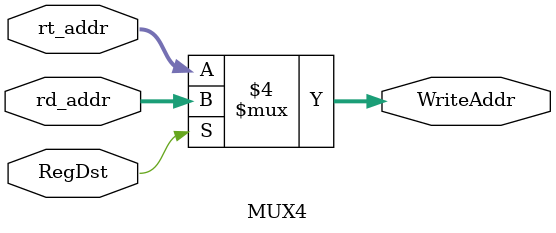
<source format=v>
`timescale 1ns / 1ps


module MUX4(input wire RegDst,
            input wire [1:0] rd_addr,
            input wire [1:0] rt_addr,
            output reg [1:0] WriteAddr);
    
    always @(RegDst, rd_addr, rt_addr)
    begin
        if(RegDst == 0)
             WriteAddr <= rt_addr;
        else
             WriteAddr <= rd_addr;
    end
endmodule


</source>
